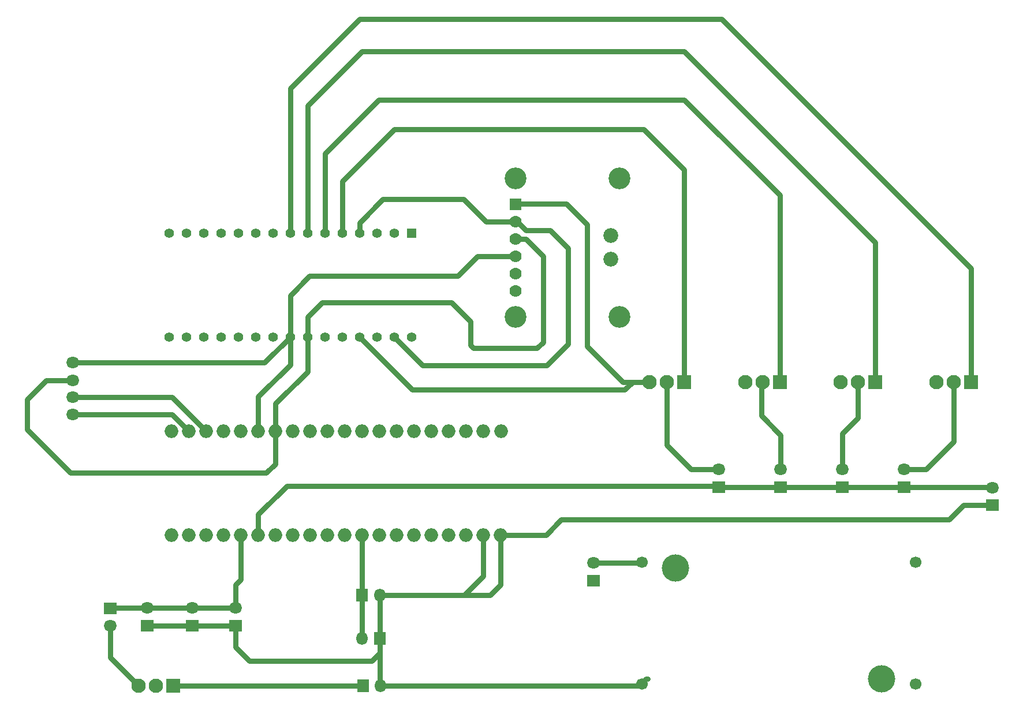
<source format=gtl>
G04*
G04 #@! TF.GenerationSoftware,Altium Limited,Altium Designer,22.11.1 (43)*
G04*
G04 Layer_Physical_Order=1*
G04 Layer_Color=255*
%FSLAX44Y44*%
%MOMM*%
G71*
G04*
G04 #@! TF.SameCoordinates,14A6941D-5628-486E-95A6-CD52BDA425C4*
G04*
G04*
G04 #@! TF.FilePolarity,Positive*
G04*
G01*
G75*
%ADD20R,1.4140X1.4140*%
%ADD21C,1.4140*%
%ADD31C,0.7620*%
%ADD32R,1.9050X1.6510*%
%ADD33O,1.9050X1.6510*%
%ADD34R,1.6510X1.9050*%
%ADD35O,1.6510X1.9050*%
%ADD36O,2.0000X2.0000*%
%ADD37C,2.1000*%
%ADD38R,2.1000X2.1000*%
%ADD39C,1.7780*%
%ADD40R,1.7780X1.7780*%
%ADD41C,2.1844*%
%ADD42C,3.2000*%
%ADD43C,1.7000*%
%ADD44C,4.0000*%
D20*
X621030Y720090D02*
D03*
D21*
X595630D02*
D03*
X570230D02*
D03*
X544830D02*
D03*
X519430D02*
D03*
X494030D02*
D03*
X468630D02*
D03*
X443230D02*
D03*
X417830D02*
D03*
X392430D02*
D03*
X367030D02*
D03*
X341630D02*
D03*
X316230D02*
D03*
X290830D02*
D03*
X265430D02*
D03*
Y567690D02*
D03*
X290830D02*
D03*
X316230D02*
D03*
X341630D02*
D03*
X367030D02*
D03*
X392430D02*
D03*
X417830D02*
D03*
X443230D02*
D03*
X468630D02*
D03*
X494030D02*
D03*
X519430D02*
D03*
X544830D02*
D03*
X570230D02*
D03*
X595630D02*
D03*
X621030D02*
D03*
D31*
X370948Y212199D02*
Y277114D01*
X363220Y204470D02*
X370948Y212199D01*
X363220Y170180D02*
Y204470D01*
X622300Y490220D02*
X933848D01*
X878840Y553720D02*
X930910Y501650D01*
X945278D01*
X933848Y490220D02*
X945278Y501650D01*
X970280D01*
X1431036Y321056D02*
X1473200D01*
X1409700Y299720D02*
X1431036Y321056D01*
X1253067Y347726D02*
X1472184D01*
X1473200Y346710D01*
X819150Y525780D02*
X850900Y557530D01*
X637540Y525780D02*
X819150D01*
X595630Y567690D02*
X637540Y525780D01*
X544830Y735330D02*
X579120Y769620D01*
X697230D02*
X730250Y736600D01*
X579120Y769620D02*
X697230D01*
X544830Y720090D02*
Y735330D01*
X730250Y736600D02*
X773430D01*
X544830Y567690D02*
X622300Y490220D01*
X773430Y711200D02*
X788670D01*
X814070Y685800D01*
Y560070D02*
Y685800D01*
X878840Y553720D02*
Y732790D01*
X848360Y763270D02*
X878840Y732790D01*
X824867Y723880D02*
X850900Y697846D01*
Y557530D02*
Y697846D01*
X774700Y763270D02*
X848360D01*
X773430Y736600D02*
X776179D01*
X788900Y723880D01*
X824867D01*
X751948Y277114D02*
X818134D01*
X840740Y299720D01*
X1409700D01*
X888365Y236855D02*
X958215D01*
X887730Y236220D02*
X888365Y236855D01*
X958215D02*
X958850Y237490D01*
X955042Y55880D02*
X965202Y66040D01*
X967740D01*
X575564Y55880D02*
X955042D01*
X773430Y762000D02*
X774700Y763270D01*
X124460Y529844D02*
X405384D01*
X443230Y567690D01*
X124460Y479298D02*
X270002D01*
X572770Y915670D02*
X1021080D01*
X494030Y720090D02*
Y836930D01*
X572770Y915670D01*
X443230Y720090D02*
Y932180D01*
X544830Y1033780D01*
X1075690D01*
X468630Y720090D02*
Y906780D01*
X548640Y986790D01*
X1075690Y1033780D02*
X1441450Y668020D01*
Y501650D02*
Y668020D01*
X1416050Y414020D02*
Y501650D01*
X1416050Y501650D02*
X1416050Y501650D01*
X1375410Y373380D02*
X1416050Y414020D01*
X1343660Y373380D02*
X1375410D01*
X548640Y986790D02*
X1021080D01*
X1301327Y706543D01*
X1021080Y915670D02*
X1161203Y775547D01*
X1301327Y501650D02*
Y706543D01*
X1162473Y347726D02*
X1253067D01*
X595630Y872490D02*
X961390D01*
X519430Y720090D02*
Y796290D01*
X595630Y872490D01*
X1161203Y501650D02*
Y775547D01*
X961390Y872490D02*
X1021080Y812800D01*
Y501650D02*
Y812800D01*
X1253067Y426297D02*
X1275927Y449157D01*
Y501650D01*
X1253067Y373380D02*
Y426297D01*
X1134110Y452120D02*
X1162473Y423757D01*
Y373380D02*
Y423757D01*
X1134110Y452120D02*
Y499957D01*
X1135803Y501650D01*
X995680Y408940D02*
X1031240Y373380D01*
X1071880D01*
X995680Y408940D02*
Y501650D01*
X1071880Y347726D02*
X1162473D01*
X438150Y349250D02*
X1070356D01*
X1071880Y347726D01*
X396348Y307449D02*
X438150Y349250D01*
X396348Y277114D02*
Y307449D01*
X57150Y431800D02*
Y476250D01*
X85090Y504190D02*
X124460D01*
X57150Y476250D02*
X85090Y504190D01*
X57150Y431800D02*
X120650Y368300D01*
X124460Y453644D02*
X270256D01*
X294640Y429260D01*
Y429260D02*
Y429260D01*
X320040Y429260D02*
Y429260D01*
X270002Y479298D02*
X320040Y429260D01*
X120650Y368300D02*
X408286D01*
X421640Y381654D02*
Y429260D01*
X408286Y368300D02*
X421640Y381654D01*
X396240Y480060D02*
X443230Y527050D01*
X179070Y169926D02*
X179197Y170053D01*
X233553D01*
X233680Y170180D01*
X707390Y555644D02*
Y590550D01*
X490220Y618490D02*
X679450D01*
X707390Y590550D01*
X711854Y551180D02*
X805180D01*
X707390Y555644D02*
X711854Y551180D01*
X805180D02*
X814070Y560070D01*
X468630Y596900D02*
X490220Y618490D01*
X468630Y567690D02*
Y596900D01*
X717550Y685800D02*
X773430D01*
X688975Y657225D02*
X717550Y685800D01*
X443230Y628650D02*
X471805Y657225D01*
X688975D01*
X443230Y567690D02*
Y628650D01*
X468630Y516890D02*
Y567690D01*
X421640Y469900D02*
X468630Y516890D01*
X421640Y429260D02*
Y469900D01*
X443230Y527050D02*
Y567690D01*
X396240Y429260D02*
Y480060D01*
X363220Y113030D02*
X383540Y92710D01*
X363220Y113030D02*
Y144526D01*
X383540Y92710D02*
X562610D01*
X574294Y104394D01*
Y125730D01*
X299720Y144526D02*
X363220D01*
X233680D02*
X299720D01*
X574929Y56515D02*
X575564Y55880D01*
X574929Y56515D02*
Y125095D01*
X574294Y125730D02*
X574929Y125095D01*
X271780Y55880D02*
X549910D01*
X179070Y97790D02*
X220980Y55880D01*
X179070Y97790D02*
Y144272D01*
X233680Y170180D02*
X299720D01*
X363220D01*
X698500Y189230D02*
X736600D01*
X751948Y204578D02*
Y277114D01*
X736600Y189230D02*
X751948Y204578D01*
X698500Y189230D02*
X726548Y217278D01*
Y277114D01*
X574294Y189230D02*
X698500D01*
X574294Y125730D02*
Y189230D01*
X548640Y125730D02*
Y189230D01*
X548749Y189338D02*
Y277114D01*
X548640Y189230D02*
X548749Y189338D01*
X548694Y277060D02*
X548749Y277114D01*
D32*
X1253067Y347726D02*
D03*
X1162473D02*
D03*
X363220Y144526D02*
D03*
X1473200Y321056D02*
D03*
X1071880Y347726D02*
D03*
X1343660D02*
D03*
X887730Y210566D02*
D03*
X299720Y144526D02*
D03*
X233680D02*
D03*
X179070Y169926D02*
D03*
D33*
X1253067Y373380D02*
D03*
X1162473D02*
D03*
X363220Y170180D02*
D03*
X1473200Y346710D02*
D03*
X124460Y453644D02*
D03*
Y479298D02*
D03*
Y504190D02*
D03*
Y529844D02*
D03*
X1071880Y373380D02*
D03*
X1343660D02*
D03*
X887730Y236220D02*
D03*
X299720Y170180D02*
D03*
X233680D02*
D03*
X179070Y144272D02*
D03*
D34*
X574294Y125730D02*
D03*
X548640Y189230D02*
D03*
X549910Y55880D02*
D03*
D35*
X548640Y125730D02*
D03*
X574294Y189230D02*
D03*
X575564Y55880D02*
D03*
D36*
X599440Y429260D02*
D03*
X574040D02*
D03*
X548640D02*
D03*
X523240D02*
D03*
X472440D02*
D03*
X447040D02*
D03*
X421640D02*
D03*
X497840D02*
D03*
X624840D02*
D03*
X726440D02*
D03*
X701040D02*
D03*
X675640D02*
D03*
X752094D02*
D03*
X650240D02*
D03*
X396348Y277114D02*
D03*
X370948D02*
D03*
X447149D02*
D03*
X345549D02*
D03*
X320149D02*
D03*
X294748D02*
D03*
X269349D02*
D03*
X421749D02*
D03*
X472548D02*
D03*
X574148D02*
D03*
X497948D02*
D03*
X523349D02*
D03*
X548749D02*
D03*
X599548D02*
D03*
X624949D02*
D03*
X726548D02*
D03*
X701149D02*
D03*
X675749D02*
D03*
X751948D02*
D03*
X650349D02*
D03*
X396240Y429260D02*
D03*
X294640D02*
D03*
X370840D02*
D03*
X269240D02*
D03*
X320040D02*
D03*
X345440D02*
D03*
D37*
X1390650Y501650D02*
D03*
X1416050D02*
D03*
X1110403D02*
D03*
X1135803D02*
D03*
X970280D02*
D03*
X995680D02*
D03*
X1250527D02*
D03*
X1275927D02*
D03*
X220980Y55880D02*
D03*
X246380D02*
D03*
D38*
X1441450Y501650D02*
D03*
X1161203D02*
D03*
X1021080D02*
D03*
X1301327D02*
D03*
X271780Y55880D02*
D03*
D39*
X773430Y711200D02*
D03*
Y685800D02*
D03*
Y736600D02*
D03*
Y660400D02*
D03*
Y635000D02*
D03*
D40*
Y762000D02*
D03*
D41*
X913130Y716500D02*
D03*
Y681500D02*
D03*
D42*
X773430Y800100D02*
D03*
X925830D02*
D03*
Y596900D02*
D03*
X773430D02*
D03*
D43*
X958850Y237490D02*
D03*
X1360170Y58420D02*
D03*
X958850D02*
D03*
X1360170Y237490D02*
D03*
D44*
X1008380Y228600D02*
D03*
X1310640Y66040D02*
D03*
M02*

</source>
